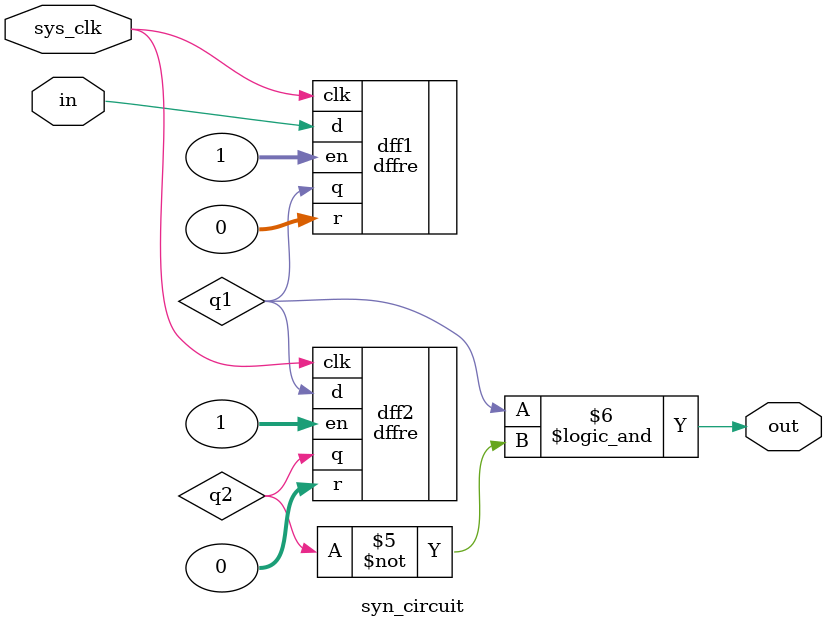
<source format=v>
module syn_circuit(sys_clk,in,out);
	input sys_clk;
	input in;
	output out;
	wire q1,q2;
	
	dffre #(.n(1)) dff1(
	.d(in),.en(1),.r(0),.clk(sys_clk),.q(q1));
	dffre #(.n(1)) dff2(
	.d(q1),.en(1),.r(0),.clk(sys_clk),.q(q2));
	assign
		out=q1&&(~q2);
endmodule
</source>
